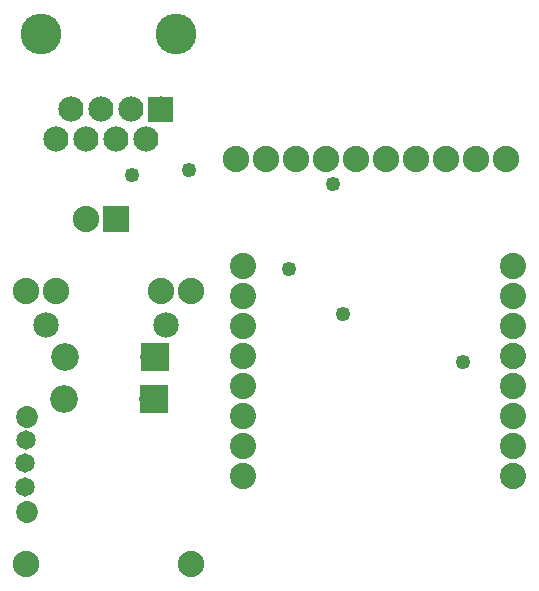
<source format=gts>
G04 MADE WITH FRITZING*
G04 WWW.FRITZING.ORG*
G04 DOUBLE SIDED*
G04 HOLES PLATED*
G04 CONTOUR ON CENTER OF CONTOUR VECTOR*
%ASAXBY*%
%FSLAX23Y23*%
%MOIN*%
%OFA0B0*%
%SFA1.0B1.0*%
%ADD10C,0.049370*%
%ADD11C,0.072992*%
%ADD12C,0.065118*%
%ADD13C,0.084000*%
%ADD14C,0.135984*%
%ADD15C,0.088000*%
%ADD16C,0.087778*%
%ADD17C,0.085000*%
%ADD18C,0.092000*%
%ADD19R,0.092000X0.092000*%
%ADD20R,0.088000X0.088000*%
%ADD21R,0.001000X0.001000*%
%LNMASK1*%
G90*
G70*
G54D10*
X1144Y904D03*
X1112Y1337D03*
X1544Y744D03*
X440Y1369D03*
X632Y1385D03*
G54D11*
X91Y245D03*
X91Y561D03*
G54D12*
X86Y329D03*
X86Y407D03*
X87Y486D03*
G54D13*
X187Y1487D03*
X237Y1587D03*
X287Y1487D03*
X387Y1487D03*
X487Y1487D03*
X337Y1587D03*
X437Y1587D03*
X537Y1587D03*
G54D14*
X587Y1837D03*
X137Y1837D03*
G54D15*
X1488Y1421D03*
X1388Y1421D03*
X1288Y1421D03*
X1187Y1421D03*
X1088Y1421D03*
X988Y1421D03*
X888Y1421D03*
X788Y1421D03*
X1687Y1421D03*
X1587Y1421D03*
X88Y72D03*
X639Y72D03*
X88Y981D03*
X188Y981D03*
X539Y981D03*
X639Y981D03*
G54D16*
X811Y1063D03*
X811Y963D03*
X811Y863D03*
X811Y763D03*
X811Y663D03*
X811Y563D03*
X811Y463D03*
X811Y363D03*
X1711Y363D03*
X1711Y463D03*
X1711Y563D03*
X1711Y663D03*
X1711Y763D03*
X1711Y863D03*
X1711Y963D03*
X1711Y1063D03*
G54D17*
X153Y868D03*
X553Y868D03*
X153Y868D03*
X553Y868D03*
G54D18*
X516Y760D03*
X218Y760D03*
X516Y760D03*
X218Y760D03*
X512Y621D03*
X214Y621D03*
X512Y621D03*
X214Y621D03*
G54D15*
X388Y1221D03*
X288Y1221D03*
G54D10*
X963Y1056D03*
G54D19*
X517Y760D03*
X517Y760D03*
X513Y621D03*
X513Y621D03*
G54D20*
X388Y1221D03*
G54D21*
X496Y1628D02*
X579Y1628D01*
X496Y1627D02*
X579Y1627D01*
X496Y1626D02*
X579Y1626D01*
X496Y1625D02*
X579Y1625D01*
X496Y1624D02*
X579Y1624D01*
X496Y1623D02*
X579Y1623D01*
X496Y1622D02*
X579Y1622D01*
X496Y1621D02*
X579Y1621D01*
X496Y1620D02*
X579Y1620D01*
X496Y1619D02*
X579Y1619D01*
X496Y1618D02*
X579Y1618D01*
X496Y1617D02*
X579Y1617D01*
X496Y1616D02*
X579Y1616D01*
X496Y1615D02*
X579Y1615D01*
X496Y1614D02*
X579Y1614D01*
X496Y1613D02*
X579Y1613D01*
X496Y1612D02*
X579Y1612D01*
X496Y1611D02*
X579Y1611D01*
X496Y1610D02*
X579Y1610D01*
X496Y1609D02*
X579Y1609D01*
X496Y1608D02*
X579Y1608D01*
X496Y1607D02*
X579Y1607D01*
X496Y1606D02*
X579Y1606D01*
X496Y1605D02*
X579Y1605D01*
X496Y1604D02*
X579Y1604D01*
X496Y1603D02*
X579Y1603D01*
X496Y1602D02*
X579Y1602D01*
X496Y1601D02*
X533Y1601D01*
X542Y1601D02*
X579Y1601D01*
X496Y1600D02*
X530Y1600D01*
X544Y1600D02*
X579Y1600D01*
X496Y1599D02*
X528Y1599D01*
X546Y1599D02*
X579Y1599D01*
X496Y1598D02*
X527Y1598D01*
X547Y1598D02*
X579Y1598D01*
X496Y1597D02*
X526Y1597D01*
X548Y1597D02*
X579Y1597D01*
X496Y1596D02*
X525Y1596D01*
X549Y1596D02*
X579Y1596D01*
X496Y1595D02*
X524Y1595D01*
X550Y1595D02*
X579Y1595D01*
X496Y1594D02*
X524Y1594D01*
X551Y1594D02*
X579Y1594D01*
X496Y1593D02*
X523Y1593D01*
X551Y1593D02*
X579Y1593D01*
X496Y1592D02*
X523Y1592D01*
X552Y1592D02*
X579Y1592D01*
X496Y1591D02*
X523Y1591D01*
X552Y1591D02*
X579Y1591D01*
X496Y1590D02*
X522Y1590D01*
X552Y1590D02*
X579Y1590D01*
X496Y1589D02*
X522Y1589D01*
X552Y1589D02*
X579Y1589D01*
X496Y1588D02*
X522Y1588D01*
X552Y1588D02*
X579Y1588D01*
X496Y1587D02*
X522Y1587D01*
X552Y1587D02*
X579Y1587D01*
X496Y1586D02*
X522Y1586D01*
X552Y1586D02*
X579Y1586D01*
X496Y1585D02*
X522Y1585D01*
X552Y1585D02*
X579Y1585D01*
X496Y1584D02*
X522Y1584D01*
X552Y1584D02*
X579Y1584D01*
X496Y1583D02*
X523Y1583D01*
X552Y1583D02*
X579Y1583D01*
X496Y1582D02*
X523Y1582D01*
X552Y1582D02*
X579Y1582D01*
X496Y1581D02*
X523Y1581D01*
X551Y1581D02*
X579Y1581D01*
X496Y1580D02*
X524Y1580D01*
X551Y1580D02*
X579Y1580D01*
X496Y1579D02*
X524Y1579D01*
X550Y1579D02*
X579Y1579D01*
X496Y1578D02*
X525Y1578D01*
X549Y1578D02*
X579Y1578D01*
X496Y1577D02*
X526Y1577D01*
X548Y1577D02*
X579Y1577D01*
X496Y1576D02*
X527Y1576D01*
X547Y1576D02*
X579Y1576D01*
X496Y1575D02*
X528Y1575D01*
X546Y1575D02*
X579Y1575D01*
X496Y1574D02*
X530Y1574D01*
X545Y1574D02*
X579Y1574D01*
X496Y1573D02*
X532Y1573D01*
X542Y1573D02*
X579Y1573D01*
X496Y1572D02*
X579Y1572D01*
X496Y1571D02*
X579Y1571D01*
X496Y1570D02*
X579Y1570D01*
X496Y1569D02*
X579Y1569D01*
X496Y1568D02*
X579Y1568D01*
X496Y1567D02*
X579Y1567D01*
X496Y1566D02*
X579Y1566D01*
X496Y1565D02*
X579Y1565D01*
X496Y1564D02*
X579Y1564D01*
X496Y1563D02*
X579Y1563D01*
X496Y1562D02*
X579Y1562D01*
X496Y1561D02*
X579Y1561D01*
X496Y1560D02*
X579Y1560D01*
X496Y1559D02*
X579Y1559D01*
X496Y1558D02*
X579Y1558D01*
X496Y1557D02*
X579Y1557D01*
X496Y1556D02*
X579Y1556D01*
X496Y1555D02*
X579Y1555D01*
X496Y1554D02*
X579Y1554D01*
X496Y1553D02*
X579Y1553D01*
X496Y1552D02*
X579Y1552D01*
X496Y1551D02*
X579Y1551D01*
X496Y1550D02*
X579Y1550D01*
X496Y1549D02*
X579Y1549D01*
X496Y1548D02*
X579Y1548D01*
X496Y1547D02*
X579Y1547D01*
X496Y1546D02*
X579Y1546D01*
X496Y1545D02*
X578Y1545D01*
D02*
G04 End of Mask1*
M02*
</source>
